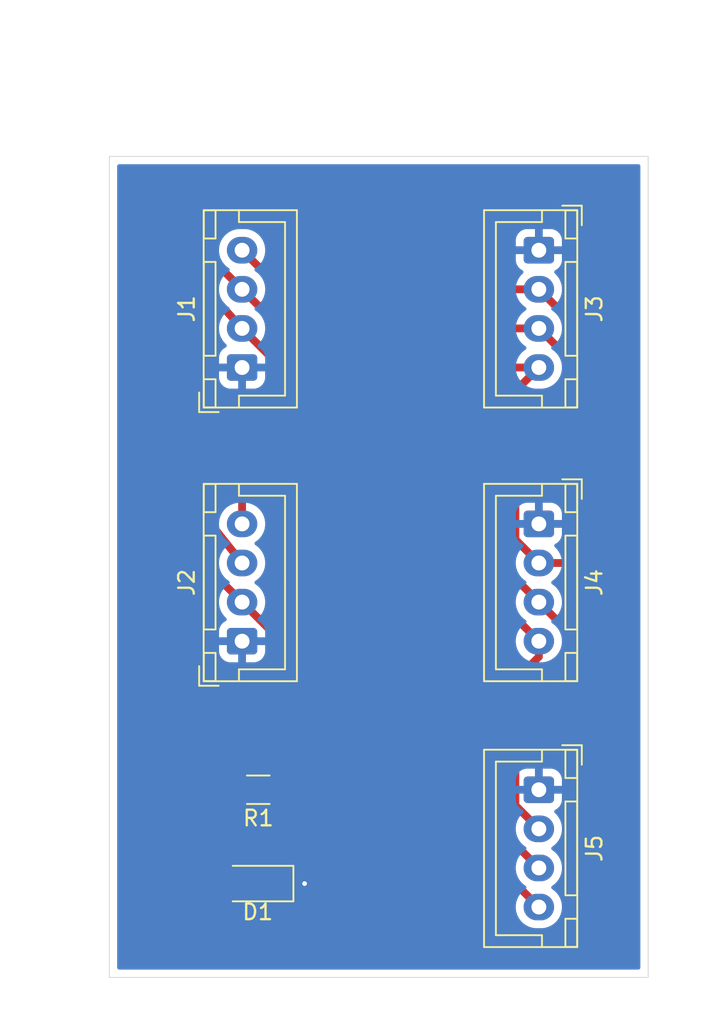
<source format=kicad_pcb>
(kicad_pcb (version 20240108) (generator "pcbnew") (generator_version "8.0")
  (layers (0 "F.Cu" signal) (31 "B.Cu" signal) (34 "B.Paste" user) (35 "F.Paste" user) (36 "B.SilkS" user "B.Silkscreen") (37 "F.SilkS" user "F.Silkscreen") (38 "B.Mask" user) (39 "F.Mask" user) (44 "Edge.Cuts" user))
  (net 0 "")
  (net 1 "GND")
  (net 2 "/PWR_LED")
  (net 3 "/CANL")
  (net 4 "/CANH")
  (net 5 "+5V")
  (footprint "Connector_JST:JST_XH_B4B-XH-A_1x04_P2.50mm_Vertical" (layer "F.Cu") (at 126 99.5 -90)
    (property "Reference" "J5" (at 3.75 -3.55 90) (layer "F.SilkS"))
    (property "Value" "JST-XH 1x4")
    (fp_line (start -2.56 3.51) (end 10.06 3.51) (stroke (width 0.12)) (layer "F.SilkS"))
    (fp_line (start 10.06 3.51) (end 10.06 -2.46) (stroke (width 0.12)) (layer "F.SilkS"))
    (fp_line (start -1.8 2.75) (end 3.75 2.75) (stroke (width 0.12)) (layer "F.SilkS"))
    (fp_line (start 9.3 2.75) (end 3.75 2.75) (stroke (width 0.12)) (layer "F.SilkS"))
    (fp_line (start -2.55 -0.2) (end -1.8 -0.2) (stroke (width 0.12)) (layer "F.SilkS"))
    (fp_line (start -1.8 -0.2) (end -1.8 2.75) (stroke (width 0.12)) (layer "F.SilkS"))
    (fp_line (start 9.3 -0.2) (end 9.3 2.75) (stroke (width 0.12)) (layer "F.SilkS"))
    (fp_line (start 10.05 -0.2) (end 9.3 -0.2) (stroke (width 0.12)) (layer "F.SilkS"))
    (fp_line (start -2.55 -1.7) (end -0.75 -1.7) (stroke (width 0.12)) (layer "F.SilkS"))
    (fp_line (start -0.75 -1.7) (end -0.75 -2.45) (stroke (width 0.12)) (layer "F.SilkS"))
    (fp_line (start 0.75 -1.7) (end 6.75 -1.7) (stroke (width 0.12)) (layer "F.SilkS"))
    (fp_line (start 6.75 -1.7) (end 6.75 -2.45) (stroke (width 0.12)) (layer "F.SilkS"))
    (fp_line (start 8.25 -1.7) (end 10.05 -1.7) (stroke (width 0.12)) (layer "F.SilkS"))
    (fp_line (start 10.05 -1.7) (end 10.05 -2.45) (stroke (width 0.12)) (layer "F.SilkS"))
    (fp_line (start -2.55 -2.45) (end -2.55 -1.7) (stroke (width 0.12)) (layer "F.SilkS"))
    (fp_line (start -0.75 -2.45) (end -2.55 -2.45) (stroke (width 0.12)) (layer "F.SilkS"))
    (fp_line (start 0.75 -2.45) (end 0.75 -1.7) (stroke (width 0.12)) (layer "F.SilkS"))
    (fp_line (start 6.75 -2.45) (end 0.75 -2.45) (stroke (width 0.12)) (layer "F.SilkS"))
    (fp_line (start 8.25 -2.45) (end 8.25 -1.7) (stroke (width 0.12)) (layer "F.SilkS"))
    (fp_line (start 10.05 -2.45) (end 8.25 -2.45) (stroke (width 0.12)) (layer "F.SilkS"))
    (fp_line (start -2.56 -2.46) (end -2.56 3.51) (stroke (width 0.12)) (layer "F.SilkS"))
    (fp_line (start 10.06 -2.46) (end -2.56 -2.46) (stroke (width 0.12)) (layer "F.SilkS"))
    (fp_line (start -2.85 -2.75) (end -2.85 -1.5) (stroke (width 0.12)) (layer "F.SilkS"))
    (fp_line (start -1.6 -2.75) (end -2.85 -2.75) (stroke (width 0.12)) (layer "F.SilkS"))
    (pad "1" thru_hole roundrect (at 0 0 270) (size 1.7 1.95) (drill 0.95) (layers "*.Cu" "*.Mask") (roundrect_rratio 0.147059) (net 1 "GND"))
    (pad "2" thru_hole oval (at 2.5 0 270) (size 1.7 1.95) (drill 0.95) (layers "*.Cu" "*.Mask") (net 5 "+5V"))
    (pad "3" thru_hole oval (at 5 0 270) (size 1.7 1.95) (drill 0.95) (layers "*.Cu" "*.Mask") (net 3 "/CANL"))
    (pad "4" thru_hole oval (at 7.5 0 270) (size 1.7 1.95) (drill 0.95) (layers "*.Cu" "*.Mask") (net 4 "/CANH"))
  )
  (footprint "LED_SMD:LED_1206_3216Metric" (layer "F.Cu") (at 108 105.5 180)
    (property "Reference" "D1" (at 0 -1.82 0) (layer "F.SilkS"))
    (property "Value" "RED")
    (fp_line (start 1.6 -1.135) (end -2.285 -1.135) (stroke (width 0.12)) (layer "F.SilkS"))
    (fp_line (start -2.285 1.135) (end 1.6 1.135) (stroke (width 0.12)) (layer "F.SilkS"))
    (fp_line (start -2.285 -1.135) (end -2.285 1.135) (stroke (width 0.12)) (layer "F.SilkS"))
    (pad "1" smd roundrect (at -1.4 0 180) (size 1.25 1.75) (layers "F.Cu" "F.Paste" "F.Mask") (roundrect_rratio 0.2) (net 1 "GND"))
    (pad "2" smd roundrect (at 1.4 0 180) (size 1.25 1.75) (layers "F.Cu" "F.Paste" "F.Mask") (roundrect_rratio 0.2) (net 2 "/PWR_LED"))
  )
  (footprint "Connector_JST:JST_XH_B4B-XH-A_1x04_P2.50mm_Vertical" (layer "F.Cu") (at 126 65 -90)
    (property "Reference" "J3" (at 3.75 -3.55 90) (layer "F.SilkS"))
    (property "Value" "JST-XH 1x4")
    (fp_line (start -2.56 3.51) (end 10.06 3.51) (stroke (width 0.12)) (layer "F.SilkS"))
    (fp_line (start 10.06 3.51) (end 10.06 -2.46) (stroke (width 0.12)) (layer "F.SilkS"))
    (fp_line (start -1.8 2.75) (end 3.75 2.75) (stroke (width 0.12)) (layer "F.SilkS"))
    (fp_line (start 9.3 2.75) (end 3.75 2.75) (stroke (width 0.12)) (layer "F.SilkS"))
    (fp_line (start -2.55 -0.2) (end -1.8 -0.2) (stroke (width 0.12)) (layer "F.SilkS"))
    (fp_line (start -1.8 -0.2) (end -1.8 2.75) (stroke (width 0.12)) (layer "F.SilkS"))
    (fp_line (start 9.3 -0.2) (end 9.3 2.75) (stroke (width 0.12)) (layer "F.SilkS"))
    (fp_line (start 10.05 -0.2) (end 9.3 -0.2) (stroke (width 0.12)) (layer "F.SilkS"))
    (fp_line (start -2.55 -1.7) (end -0.75 -1.7) (stroke (width 0.12)) (layer "F.SilkS"))
    (fp_line (start -0.75 -1.7) (end -0.75 -2.45) (stroke (width 0.12)) (layer "F.SilkS"))
    (fp_line (start 0.75 -1.7) (end 6.75 -1.7) (stroke (width 0.12)) (layer "F.SilkS"))
    (fp_line (start 6.75 -1.7) (end 6.75 -2.45) (stroke (width 0.12)) (layer "F.SilkS"))
    (fp_line (start 8.25 -1.7) (end 10.05 -1.7) (stroke (width 0.12)) (layer "F.SilkS"))
    (fp_line (start 10.05 -1.7) (end 10.05 -2.45) (stroke (width 0.12)) (layer "F.SilkS"))
    (fp_line (start -2.55 -2.45) (end -2.55 -1.7) (stroke (width 0.12)) (layer "F.SilkS"))
    (fp_line (start -0.75 -2.45) (end -2.55 -2.45) (stroke (width 0.12)) (layer "F.SilkS"))
    (fp_line (start 0.75 -2.45) (end 0.75 -1.7) (stroke (width 0.12)) (layer "F.SilkS"))
    (fp_line (start 6.75 -2.45) (end 0.75 -2.45) (stroke (width 0.12)) (layer "F.SilkS"))
    (fp_line (start 8.25 -2.45) (end 8.25 -1.7) (stroke (width 0.12)) (layer "F.SilkS"))
    (fp_line (start 10.05 -2.45) (end 8.25 -2.45) (stroke (width 0.12)) (layer "F.SilkS"))
    (fp_line (start -2.56 -2.46) (end -2.56 3.51) (stroke (width 0.12)) (layer "F.SilkS"))
    (fp_line (start 10.06 -2.46) (end -2.56 -2.46) (stroke (width 0.12)) (layer "F.SilkS"))
    (fp_line (start -2.85 -2.75) (end -2.85 -1.5) (stroke (width 0.12)) (layer "F.SilkS"))
    (fp_line (start -1.6 -2.75) (end -2.85 -2.75) (stroke (width 0.12)) (layer "F.SilkS"))
    (pad "1" thru_hole roundrect (at 0 0 270) (size 1.7 1.95) (drill 0.95) (layers "*.Cu" "*.Mask") (roundrect_rratio 0.147059) (net 1 "GND"))
    (pad "2" thru_hole oval (at 2.5 0 270) (size 1.7 1.95) (drill 0.95) (layers "*.Cu" "*.Mask") (net 5 "+5V"))
    (pad "3" thru_hole oval (at 5 0 270) (size 1.7 1.95) (drill 0.95) (layers "*.Cu" "*.Mask") (net 3 "/CANL"))
    (pad "4" thru_hole oval (at 7.5 0 270) (size 1.7 1.95) (drill 0.95) (layers "*.Cu" "*.Mask") (net 4 "/CANH"))
  )
  (footprint "Connector_JST:JST_XH_B4B-XH-A_1x04_P2.50mm_Vertical" (layer "F.Cu") (at 107 72.5 90)
    (property "Reference" "J1" (at 3.75 -3.55 90) (layer "F.SilkS"))
    (property "Value" "JST-XH 1x4")
    (fp_line (start -1.6 -2.75) (end -2.85 -2.75) (stroke (width 0.12)) (layer "F.SilkS"))
    (fp_line (start -2.85 -2.75) (end -2.85 -1.5) (stroke (width 0.12)) (layer "F.SilkS"))
    (fp_line (start 10.06 -2.46) (end -2.56 -2.46) (stroke (width 0.12)) (layer "F.SilkS"))
    (fp_line (start -2.56 -2.46) (end -2.56 3.51) (stroke (width 0.12)) (layer "F.SilkS"))
    (fp_line (start 10.05 -2.45) (end 8.25 -2.45) (stroke (width 0.12)) (layer "F.SilkS"))
    (fp_line (start 8.25 -2.45) (end 8.25 -1.7) (stroke (width 0.12)) (layer "F.SilkS"))
    (fp_line (start 6.75 -2.45) (end 0.75 -2.45) (stroke (width 0.12)) (layer "F.SilkS"))
    (fp_line (start 0.75 -2.45) (end 0.75 -1.7) (stroke (width 0.12)) (layer "F.SilkS"))
    (fp_line (start -0.75 -2.45) (end -2.55 -2.45) (stroke (width 0.12)) (layer "F.SilkS"))
    (fp_line (start -2.55 -2.45) (end -2.55 -1.7) (stroke (width 0.12)) (layer "F.SilkS"))
    (fp_line (start 10.05 -1.7) (end 10.05 -2.45) (stroke (width 0.12)) (layer "F.SilkS"))
    (fp_line (start 8.25 -1.7) (end 10.05 -1.7) (stroke (width 0.12)) (layer "F.SilkS"))
    (fp_line (start 6.75 -1.7) (end 6.75 -2.45) (stroke (width 0.12)) (layer "F.SilkS"))
    (fp_line (start 0.75 -1.7) (end 6.75 -1.7) (stroke (width 0.12)) (layer "F.SilkS"))
    (fp_line (start -0.75 -1.7) (end -0.75 -2.45) (stroke (width 0.12)) (layer "F.SilkS"))
    (fp_line (start -2.55 -1.7) (end -0.75 -1.7) (stroke (width 0.12)) (layer "F.SilkS"))
    (fp_line (start 10.05 -0.2) (end 9.3 -0.2) (stroke (width 0.12)) (layer "F.SilkS"))
    (fp_line (start 9.3 -0.2) (end 9.3 2.75) (stroke (width 0.12)) (layer "F.SilkS"))
    (fp_line (start -1.8 -0.2) (end -1.8 2.75) (stroke (width 0.12)) (layer "F.SilkS"))
    (fp_line (start -2.55 -0.2) (end -1.8 -0.2) (stroke (width 0.12)) (layer "F.SilkS"))
    (fp_line (start 9.3 2.75) (end 3.75 2.75) (stroke (width 0.12)) (layer "F.SilkS"))
    (fp_line (start -1.8 2.75) (end 3.75 2.75) (stroke (width 0.12)) (layer "F.SilkS"))
    (fp_line (start 10.06 3.51) (end 10.06 -2.46) (stroke (width 0.12)) (layer "F.SilkS"))
    (fp_line (start -2.56 3.51) (end 10.06 3.51) (stroke (width 0.12)) (layer "F.SilkS"))
    (pad "1" thru_hole roundrect (at 0 0 90) (size 1.7 1.95) (drill 0.95) (layers "*.Cu" "*.Mask") (roundrect_rratio 0.147059) (net 1 "GND"))
    (pad "2" thru_hole oval (at 2.5 0 90) (size 1.7 1.95) (drill 0.95) (layers "*.Cu" "*.Mask") (net 5 "+5V"))
    (pad "3" thru_hole oval (at 5 0 90) (size 1.7 1.95) (drill 0.95) (layers "*.Cu" "*.Mask") (net 3 "/CANL"))
    (pad "4" thru_hole oval (at 7.5 0 90) (size 1.7 1.95) (drill 0.95) (layers "*.Cu" "*.Mask") (net 4 "/CANH"))
  )
  (footprint "Resistor_SMD:R_1206_3216Metric" (layer "F.Cu") (at 108.0375 99.5 180)
    (property "Reference" "R1" (at 0 -1.82 0) (layer "F.SilkS"))
    (property "Value" "220")
    (fp_line (start -0.727064 0.91) (end 0.727064 0.91) (stroke (width 0.12)) (layer "F.SilkS"))
    (fp_line (start -0.727064 -0.91) (end 0.727064 -0.91) (stroke (width 0.12)) (layer "F.SilkS"))
    (pad "1" smd roundrect (at -1.4625 0 180) (size 1.125 1.75) (layers "F.Cu" "F.Paste" "F.Mask") (roundrect_rratio 0.222222) (net 5 "+5V"))
    (pad "2" smd roundrect (at 1.4625 0 180) (size 1.125 1.75) (layers "F.Cu" "F.Paste" "F.Mask") (roundrect_rratio 0.222222) (net 2 "/PWR_LED"))
  )
  (footprint "Connector_JST:JST_XH_B4B-XH-A_1x04_P2.50mm_Vertical" (layer "F.Cu") (at 126 82.5 -90)
    (property "Reference" "J4" (at 3.75 -3.55 90) (layer "F.SilkS"))
    (property "Value" "JST-XH 1x4")
    (fp_line (start -2.56 3.51) (end 10.06 3.51) (stroke (width 0.12)) (layer "F.SilkS"))
    (fp_line (start 10.06 3.51) (end 10.06 -2.46) (stroke (width 0.12)) (layer "F.SilkS"))
    (fp_line (start -1.8 2.75) (end 3.75 2.75) (stroke (width 0.12)) (layer "F.SilkS"))
    (fp_line (start 9.3 2.75) (end 3.75 2.75) (stroke (width 0.12)) (layer "F.SilkS"))
    (fp_line (start -2.55 -0.2) (end -1.8 -0.2) (stroke (width 0.12)) (layer "F.SilkS"))
    (fp_line (start -1.8 -0.2) (end -1.8 2.75) (stroke (width 0.12)) (layer "F.SilkS"))
    (fp_line (start 9.3 -0.2) (end 9.3 2.75) (stroke (width 0.12)) (layer "F.SilkS"))
    (fp_line (start 10.05 -0.2) (end 9.3 -0.2) (stroke (width 0.12)) (layer "F.SilkS"))
    (fp_line (start -2.55 -1.7) (end -0.75 -1.7) (stroke (width 0.12)) (layer "F.SilkS"))
    (fp_line (start -0.75 -1.7) (end -0.75 -2.45) (stroke (width 0.12)) (layer "F.SilkS"))
    (fp_line (start 0.75 -1.7) (end 6.75 -1.7) (stroke (width 0.12)) (layer "F.SilkS"))
    (fp_line (start 6.75 -1.7) (end 6.75 -2.45) (stroke (width 0.12)) (layer "F.SilkS"))
    (fp_line (start 8.25 -1.7) (end 10.05 -1.7) (stroke (width 0.12)) (layer "F.SilkS"))
    (fp_line (start 10.05 -1.7) (end 10.05 -2.45) (stroke (width 0.12)) (layer "F.SilkS"))
    (fp_line (start -2.55 -2.45) (end -2.55 -1.7) (stroke (width 0.12)) (layer "F.SilkS"))
    (fp_line (start -0.75 -2.45) (end -2.55 -2.45) (stroke (width 0.12)) (layer "F.SilkS"))
    (fp_line (start 0.75 -2.45) (end 0.75 -1.7) (stroke (width 0.12)) (layer "F.SilkS"))
    (fp_line (start 6.75 -2.45) (end 0.75 -2.45) (stroke (width 0.12)) (layer "F.SilkS"))
    (fp_line (start 8.25 -2.45) (end 8.25 -1.7) (stroke (width 0.12)) (layer "F.SilkS"))
    (fp_line (start 10.05 -2.45) (end 8.25 -2.45) (stroke (width 0.12)) (layer "F.SilkS"))
    (fp_line (start -2.56 -2.46) (end -2.56 3.51) (stroke (width 0.12)) (layer "F.SilkS"))
    (fp_line (start 10.06 -2.46) (end -2.56 -2.46) (stroke (width 0.12)) (layer "F.SilkS"))
    (fp_line (start -2.85 -2.75) (end -2.85 -1.5) (stroke (width 0.12)) (layer "F.SilkS"))
    (fp_line (start -1.6 -2.75) (end -2.85 -2.75) (stroke (width 0.12)) (layer "F.SilkS"))
    (pad "1" thru_hole roundrect (at 0 0 270) (size 1.7 1.95) (drill 0.95) (layers "*.Cu" "*.Mask") (roundrect_rratio 0.147059) (net 1 "GND"))
    (pad "2" thru_hole oval (at 2.5 0 270) (size 1.7 1.95) (drill 0.95) (layers "*.Cu" "*.Mask") (net 5 "+5V"))
    (pad "3" thru_hole oval (at 5 0 270) (size 1.7 1.95) (drill 0.95) (layers "*.Cu" "*.Mask") (net 3 "/CANL"))
    (pad "4" thru_hole oval (at 7.5 0 270) (size 1.7 1.95) (drill 0.95) (layers "*.Cu" "*.Mask") (net 4 "/CANH"))
  )
  (footprint "Connector_JST:JST_XH_B4B-XH-A_1x04_P2.50mm_Vertical" (layer "F.Cu") (at 107 90 90)
    (property "Reference" "J2" (at 3.75 -3.55 90) (layer "F.SilkS"))
    (property "Value" "JST-XH 1x4")
    (fp_line (start -1.6 -2.75) (end -2.85 -2.75) (stroke (width 0.12)) (layer "F.SilkS"))
    (fp_line (start -2.85 -2.75) (end -2.85 -1.5) (stroke (width 0.12)) (layer "F.SilkS"))
    (fp_line (start 10.06 -2.46) (end -2.56 -2.46) (stroke (width 0.12)) (layer "F.SilkS"))
    (fp_line (start -2.56 -2.46) (end -2.56 3.51) (stroke (width 0.12)) (layer "F.SilkS"))
    (fp_line (start 10.05 -2.45) (end 8.25 -2.45) (stroke (width 0.12)) (layer "F.SilkS"))
    (fp_line (start 8.25 -2.45) (end 8.25 -1.7) (stroke (width 0.12)) (layer "F.SilkS"))
    (fp_line (start 6.75 -2.45) (end 0.75 -2.45) (stroke (width 0.12)) (layer "F.SilkS"))
    (fp_line (start 0.75 -2.45) (end 0.75 -1.7) (stroke (width 0.12)) (layer "F.SilkS"))
    (fp_line (start -0.75 -2.45) (end -2.55 -2.45) (stroke (width 0.12)) (layer "F.SilkS"))
    (fp_line (start -2.55 -2.45) (end -2.55 -1.7) (stroke (width 0.12)) (layer "F.SilkS"))
    (fp_line (start 10.05 -1.7) (end 10.05 -2.45) (stroke (width 0.12)) (layer "F.SilkS"))
    (fp_line (start 8.25 -1.7) (end 10.05 -1.7) (stroke (width 0.12)) (layer "F.SilkS"))
    (fp_line (start 6.75 -1.7) (end 6.75 -2.45) (stroke (width 0.12)) (layer "F.SilkS"))
    (fp_line (start 0.75 -1.7) (end 6.75 -1.7) (stroke (width 0.12)) (layer "F.SilkS"))
    (fp_line (start -0.75 -1.7) (end -0.75 -2.45) (stroke (width 0.12)) (layer "F.SilkS"))
    (fp_line (start -2.55 -1.7) (end -0.75 -1.7) (stroke (width 0.12)) (layer "F.SilkS"))
    (fp_line (start 10.05 -0.2) (end 9.3 -0.2) (stroke (width 0.12)) (layer "F.SilkS"))
    (fp_line (start 9.3 -0.2) (end 9.3 2.75) (stroke (width 0.12)) (layer "F.SilkS"))
    (fp_line (start -1.8 -0.2) (end -1.8 2.75) (stroke (width 0.12)) (layer "F.SilkS"))
    (fp_line (start -2.55 -0.2) (end -1.8 -0.2) (stroke (width 0.12)) (layer "F.SilkS"))
    (fp_line (start 9.3 2.75) (end 3.75 2.75) (stroke (width 0.12)) (layer "F.SilkS"))
    (fp_line (start -1.8 2.75) (end 3.75 2.75) (stroke (width 0.12)) (layer "F.SilkS"))
    (fp_line (start 10.06 3.51) (end 10.06 -2.46) (stroke (width 0.12)) (layer "F.SilkS"))
    (fp_line (start -2.56 3.51) (end 10.06 3.51) (stroke (width 0.12)) (layer "F.SilkS"))
    (pad "1" thru_hole roundrect (at 0 0 90) (size 1.7 1.95) (drill 0.95) (layers "*.Cu" "*.Mask") (roundrect_rratio 0.147059) (net 1 "GND"))
    (pad "2" thru_hole oval (at 2.5 0 90) (size 1.7 1.95) (drill 0.95) (layers "*.Cu" "*.Mask") (net 5 "+5V"))
    (pad "3" thru_hole oval (at 5 0 90) (size 1.7 1.95) (drill 0.95) (layers "*.Cu" "*.Mask") (net 3 "/CANL"))
    (pad "4" thru_hole oval (at 7.5 0 90) (size 1.7 1.95) (drill 0.95) (layers "*.Cu" "*.Mask") (net 4 "/CANH"))
  )
  (gr_rect (start 98.5 59) (end 133 111.5) (stroke (width 0.05)) (fill none) (layer "Edge.Cuts"))
  (segment (start 111 105.5) (end 109.4 105.5) (width 0.2) (layer "F.Cu") (net 1))
  (via (at 111 105.5) (size 0.6) (drill 0.3) (layers "F.Cu" "B.Cu") (net 1))
  (segment (start 106.575 105.475) (end 106.6 105.5) (width 0.2) (layer "F.Cu") (net 2))
  (segment (start 106.575 99.5) (end 106.575 105.475) (width 0.2) (layer "F.Cu") (net 2))
  (segment (start 105 82.5) (end 107 85) (width 0.5) (layer "F.Cu") (net 3))
  (segment (start 128 89.5) (end 126 87.5) (width 0.5) (layer "F.Cu") (net 3))
  (segment (start 126 70) (end 115 70) (width 0.5) (layer "F.Cu") (net 3))
  (segment (start 107 67.5) (end 111 71.5) (width 0.5) (layer "F.Cu") (net 3))
  (segment (start 115 70) (end 108 63) (width 0.5) (layer "F.Cu") (net 3))
  (segment (start 111 71.5) (end 111 74.5) (width 0.5) (layer "F.Cu") (net 3))
  (segment (start 108 63) (end 103.5 63) (width 0.5) (layer "F.Cu") (net 3))
  (segment (start 126 104.5) (end 123 101.5) (width 0.5) (layer "F.Cu") (net 3))
  (segment (start 126 87.5) (end 123 84.5) (width 0.5) (layer "F.Cu") (net 3))
  (segment (start 111 74.5) (end 105 80.5) (width 0.5) (layer "F.Cu") (net 3))
  (segment (start 123 97) (end 128 92) (width 0.5) (layer "F.Cu") (net 3))
  (segment (start 123 84.5) (end 123 80.5) (width 0.5) (layer "F.Cu") (net 3))
  (segment (start 123 80.5) (end 129.5 73.5) (width 0.5) (layer "F.Cu") (net 3))
  (segment (start 103.5 64) (end 107 67.5) (width 0.5) (layer "F.Cu") (net 3))
  (segment (start 128 92) (end 128 89.5) (width 0.5) (layer "F.Cu") (net 3))
  (segment (start 103.5 63) (end 103.5 64) (width 0.5) (layer "F.Cu") (net 3))
  (segment (start 105 80.5) (end 105 82.5) (width 0.5) (layer "F.Cu") (net 3))
  (segment (start 129.5 73.5) (end 126 70) (width 0.5) (layer "F.Cu") (net 3))
  (segment (start 123 101.5) (end 123 97) (width 0.5) (layer "F.Cu") (net 3))
  (segment (start 126 90) (end 121 85) (width 0.5) (layer "F.Cu") (net 4))
  (segment (start 126 91) (end 126 90) (width 0.5) (layer "F.Cu") (net 4))
  (segment (start 126 72.5) (end 114.5 72.5) (width 0.5) (layer "F.Cu") (net 4))
  (segment (start 114.5 72.5) (end 107 80) (width 0.5) (layer "F.Cu") (net 4))
  (segment (start 107 80) (end 107 82.5) (width 0.5) (layer "F.Cu") (net 4))
  (segment (start 126 107) (end 122 103) (width 0.5) (layer "F.Cu") (net 4))
  (segment (start 121 77.5) (end 126 72.5) (width 0.5) (layer "F.Cu") (net 4))
  (segment (start 122 103) (end 122 95) (width 0.5) (layer "F.Cu") (net 4))
  (segment (start 122 95) (end 126 91) (width 0.5) (layer "F.Cu") (net 4))
  (segment (start 114.5 72.5) (end 107 65) (width 0.5) (layer "F.Cu") (net 4))
  (segment (start 121 85) (end 121 77.5) (width 0.5) (layer "F.Cu") (net 4))
  (segment (start 126 85) (end 124.5 83.5) (width 0.5) (layer "F.Cu") (net 5))
  (segment (start 109.5 61.5) (end 102 61.5) (width 0.5) (layer "F.Cu") (net 5))
  (segment (start 124.5 81) (end 131 74.5) (width 0.5) (layer "F.Cu") (net 5))
  (segment (start 109 72) (end 109 73.5) (width 0.5) (layer "F.Cu") (net 5))
  (segment (start 109.5 90) (end 107 87.5) (width 0.5) (layer "F.Cu") (net 5))
  (segment (start 130 87) (end 128 85) (width 0.5) (layer "F.Cu") (net 5))
  (segment (start 124.5 83.5) (end 124.5 81) (width 0.5) (layer "F.Cu") (net 5))
  (segment (start 128 85) (end 126 85) (width 0.5) (layer "F.Cu") (net 5))
  (segment (start 103.5 79.5) (end 103.5 84) (width 0.5) (layer "F.Cu") (net 5))
  (segment (start 126 102) (end 124.5 100.5) (width 0.5) (layer "F.Cu") (net 5))
  (segment (start 102 64.5) (end 107 70) (width 0.5) (layer "F.Cu") (net 5))
  (segment (start 109.5 99.5) (end 109.5 90) (width 0.5) (layer "F.Cu") (net 5))
  (segment (start 115 67.5) (end 109.5 61.5) (width 0.5) (layer "F.Cu") (net 5))
  (segment (start 103.5 84) (end 107 87.5) (width 0.5) (layer "F.Cu") (net 5))
  (segment (start 102 61.5) (end 102 64.5) (width 0.5) (layer "F.Cu") (net 5))
  (segment (start 131 72.5) (end 126 67.5) (width 0.5) (layer "F.Cu") (net 5))
  (segment (start 107 70) (end 109 72) (width 0.5) (layer "F.Cu") (net 5))
  (segment (start 131 74.5) (end 131 72.5) (width 0.5) (layer "F.Cu") (net 5))
  (segment (start 109 73.5) (end 103.5 79.5) (width 0.5) (layer "F.Cu") (net 5))
  (segment (start 124.5 100.5) (end 124.5 98) (width 0.5) (layer "F.Cu") (net 5))
  (segment (start 126 67.5) (end 115 67.5) (width 0.5) (layer "F.Cu") (net 5))
  (segment (start 124.5 98) (end 130 92.5) (width 0.5) (layer "F.Cu") (net 5))
  (segment (start 130 92.5) (end 130 87) (width 0.5) (layer "F.Cu") (net 5))
  (zone (net 1) (net_name "GND") (layer "B.Cu") (connect_pads (clearance 0.5)) (min_thickness 0.25) (fill yes (thermal_gap 0.5) (thermal_bridge_width 0.5))
    (polygon (pts (xy 133 105.5) (xy 135 113) (xy 92 114.5) (xy 91.5 49) (xy 137 49) (xy 138 102.5)))
  )
)
</source>
